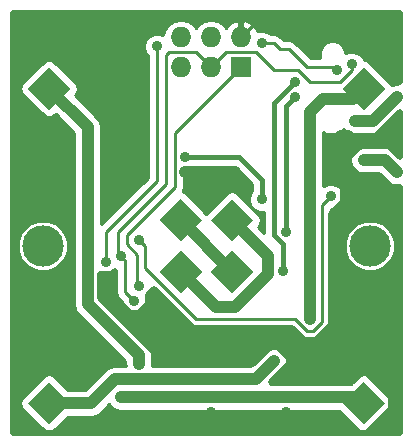
<source format=gbl>
G04 #@! TF.FileFunction,Copper,L2,Bot,Signal*
%FSLAX46Y46*%
G04 Gerber Fmt 4.6, Leading zero omitted, Abs format (unit mm)*
G04 Created by KiCad (PCBNEW (2015-03-02 BZR 5466)-product) date Fri 06 Mar 2015 00:37:45 GMT*
%MOMM*%
G01*
G04 APERTURE LIST*
%ADD10C,0.100000*%
%ADD11C,3.500000*%
%ADD12R,1.727200X1.727200*%
%ADD13O,1.727200X1.727200*%
%ADD14C,0.889000*%
%ADD15C,0.254000*%
%ADD16C,0.381000*%
%ADD17C,1.016000*%
%ADD18C,0.508000*%
G04 APERTURE END LIST*
D10*
D11*
X83566000Y-83185000D03*
X111252000Y-83185000D03*
D12*
X100330000Y-68072000D03*
D13*
X100330000Y-65532000D03*
X97790000Y-68072000D03*
X97790000Y-65532000D03*
X95250000Y-68072000D03*
X95250000Y-65532000D03*
D10*
G36*
X84094241Y-98295810D02*
X82298190Y-96499759D01*
X84094241Y-94703708D01*
X85890292Y-96499759D01*
X84094241Y-98295810D01*
X84094241Y-98295810D01*
G37*
G36*
X95229759Y-87160292D02*
X93433708Y-85364241D01*
X95229759Y-83568190D01*
X97025810Y-85364241D01*
X95229759Y-87160292D01*
X95229759Y-87160292D01*
G37*
G36*
X112519810Y-96499759D02*
X110723759Y-98295810D01*
X108927708Y-96499759D01*
X110723759Y-94703708D01*
X112519810Y-96499759D01*
X112519810Y-96499759D01*
G37*
G36*
X101384292Y-85364241D02*
X99588241Y-87160292D01*
X97792190Y-85364241D01*
X99588241Y-83568190D01*
X101384292Y-85364241D01*
X101384292Y-85364241D01*
G37*
G36*
X110723759Y-68074190D02*
X112519810Y-69870241D01*
X110723759Y-71666292D01*
X108927708Y-69870241D01*
X110723759Y-68074190D01*
X110723759Y-68074190D01*
G37*
G36*
X99588241Y-79209708D02*
X101384292Y-81005759D01*
X99588241Y-82801810D01*
X97792190Y-81005759D01*
X99588241Y-79209708D01*
X99588241Y-79209708D01*
G37*
G36*
X82298190Y-69870241D02*
X84094241Y-68074190D01*
X85890292Y-69870241D01*
X84094241Y-71666292D01*
X82298190Y-69870241D01*
X82298190Y-69870241D01*
G37*
G36*
X93433708Y-81005759D02*
X95229759Y-79209708D01*
X97025810Y-81005759D01*
X95229759Y-82801810D01*
X93433708Y-81005759D01*
X93433708Y-81005759D01*
G37*
D14*
X91694000Y-86614000D03*
X102108000Y-79248000D03*
X95631000Y-75692000D03*
X109982000Y-72644000D03*
X113538000Y-76962000D03*
X110744000Y-75946000D03*
X113538000Y-70612000D03*
X99802000Y-76962000D03*
X95631002Y-76962000D03*
X106172000Y-66548000D03*
X104140000Y-97282000D03*
X97790000Y-97282000D03*
X82804000Y-94234000D03*
X82550002Y-78232000D03*
X103886000Y-85344000D03*
X104902000Y-69342000D03*
X104140000Y-82042000D03*
X104902000Y-70612000D03*
X90170000Y-84074000D03*
X91313000Y-87884000D03*
X109728000Y-67818000D03*
X108458000Y-68326000D03*
X88900000Y-84582000D03*
X93218000Y-66294000D03*
X102108000Y-66040000D03*
X90170000Y-96012000D03*
X91694000Y-93218000D03*
X103124000Y-92964000D03*
X106172000Y-89408000D03*
X91694000Y-82677000D03*
X107950000Y-78994000D03*
D15*
X91567000Y-86487000D02*
X91694000Y-86614000D01*
X91567000Y-86487000D02*
X91694000Y-86614000D01*
X94742000Y-73660000D02*
X100330000Y-68072000D01*
X91567000Y-86487000D02*
X91567000Y-83947000D01*
X90678000Y-83058000D02*
X91567000Y-83947000D01*
X90678000Y-82296000D02*
X90678000Y-83058000D01*
X91313000Y-81661000D02*
X90678000Y-82296000D01*
X94742000Y-78232000D02*
X91313000Y-81661000D01*
X94742000Y-78232000D02*
X94742000Y-73660000D01*
D16*
X102108000Y-77597000D02*
X100203000Y-75692000D01*
X100203000Y-75692000D02*
X95631000Y-75692000D01*
X102108000Y-79248000D02*
X102108000Y-77597000D01*
D17*
X109982000Y-72644000D02*
X111506000Y-72644000D01*
X111506000Y-72644000D02*
X113538000Y-70612000D01*
X110744000Y-75946000D02*
X112522000Y-75946000D01*
X112522000Y-75946000D02*
X113538000Y-76962000D01*
D18*
X110998000Y-93980000D02*
X113030000Y-96012000D01*
X109728000Y-94742000D02*
X110490000Y-93980000D01*
X110490000Y-93980000D02*
X110998000Y-93980000D01*
X92964000Y-93218000D02*
X101346000Y-93218000D01*
X107696000Y-77724000D02*
X108458000Y-77724000D01*
X108458000Y-77724000D02*
X108966000Y-78232000D01*
X108966000Y-78232000D02*
X108966000Y-79502000D01*
X108966000Y-79502000D02*
X107950000Y-80518000D01*
X107950000Y-80518000D02*
X107950000Y-89916000D01*
X107950000Y-89916000D02*
X106680000Y-91186000D01*
X106680000Y-91186000D02*
X105664000Y-91186000D01*
X105664000Y-91186000D02*
X104648000Y-90170000D01*
X104648000Y-90170000D02*
X96266000Y-90170000D01*
X96266000Y-90170000D02*
X92964000Y-86868000D01*
X92964000Y-86868000D02*
X92456000Y-87376000D01*
X92456000Y-87376000D02*
X92456000Y-88138000D01*
X92456000Y-88138000D02*
X91694000Y-88900000D01*
X91694000Y-88900000D02*
X90932000Y-88900000D01*
X90932000Y-88900000D02*
X89662000Y-87630000D01*
X89662000Y-87630000D02*
X89662000Y-85344000D01*
X89662000Y-85344000D02*
X89408000Y-85598000D01*
X89408000Y-85598000D02*
X88392002Y-85598000D01*
X88392002Y-85598000D02*
X88392002Y-87630002D01*
X88392002Y-87630002D02*
X92964000Y-92202000D01*
X92964000Y-92202000D02*
X92964000Y-93218000D01*
X113792000Y-78232000D02*
X113030000Y-78232000D01*
X113792000Y-99060000D02*
X113792000Y-78232000D01*
X110998000Y-99060000D02*
X113792000Y-99060000D01*
X104140000Y-99060000D02*
X110998000Y-99060000D01*
X107442000Y-73914000D02*
X107442000Y-77978000D01*
X108458000Y-73914000D02*
X107442000Y-73914000D01*
X108712000Y-73660000D02*
X108458000Y-73914000D01*
X109474000Y-73660000D02*
X108712000Y-73660000D01*
X109728000Y-73914000D02*
X109474000Y-73660000D01*
X111760000Y-73914000D02*
X109728000Y-73914000D01*
X113792000Y-71882000D02*
X111760000Y-73914000D01*
X113792000Y-75692000D02*
X113792000Y-71882000D01*
X112776000Y-74676000D02*
X113792000Y-75692000D01*
X110490000Y-74676000D02*
X112776000Y-74676000D01*
X109474000Y-75692000D02*
X110490000Y-74676000D01*
X109474000Y-76454000D02*
X109474000Y-75692000D01*
X110236000Y-77216000D02*
X109474000Y-76454000D01*
X112014000Y-77216000D02*
X110236000Y-77216000D01*
X113030000Y-78232000D02*
X112014000Y-77216000D01*
X107442000Y-77978000D02*
X107696000Y-77724000D01*
X104394000Y-93218000D02*
X102870000Y-94742000D01*
X104394000Y-92710000D02*
X104394000Y-93218000D01*
X103378000Y-91694000D02*
X104394000Y-92710000D01*
X102870000Y-91694000D02*
X103378000Y-91694000D01*
X101346000Y-93218000D02*
X102870000Y-91694000D01*
X102870000Y-94742000D02*
X109728000Y-94742000D01*
X113030000Y-97028000D02*
X110998000Y-99060000D01*
X113030000Y-96012000D02*
X113030000Y-97028000D01*
D17*
X95631002Y-76962000D02*
X99802000Y-76962000D01*
D18*
X106172000Y-63500000D02*
X106172000Y-66548000D01*
X113792000Y-63500000D02*
X106172000Y-63500000D01*
X113792000Y-69342000D02*
X113792000Y-63500000D01*
X104140000Y-99060000D02*
X104140000Y-97282000D01*
X97790000Y-97282000D02*
X97790000Y-99060000D01*
X81026000Y-94234000D02*
X82804000Y-94234000D01*
X81026000Y-78232000D02*
X82550002Y-78232000D01*
X102362000Y-63500000D02*
X106172000Y-63500000D01*
X97282000Y-63500000D02*
X102362000Y-63500000D01*
X97790000Y-99060000D02*
X104140000Y-99060000D01*
X81026000Y-99060000D02*
X97790000Y-99060000D01*
X81026000Y-94234000D02*
X81026000Y-99060000D01*
X81026000Y-84582000D02*
X81026000Y-94234000D01*
X81026000Y-78232000D02*
X81026000Y-84582000D01*
X81026000Y-63500000D02*
X81026000Y-78232000D01*
X97282000Y-63500000D02*
X81026000Y-63500000D01*
D15*
X100330000Y-65532000D02*
X102362000Y-63500000D01*
D16*
X103886000Y-85344000D02*
X103886000Y-83058000D01*
X103886000Y-83058000D02*
X103124000Y-82296000D01*
X103124000Y-82296000D02*
X103124000Y-81660998D01*
X103124000Y-81660998D02*
X103124000Y-71120000D01*
X103124000Y-71120000D02*
X104902000Y-69342000D01*
X104140000Y-82042000D02*
X104140000Y-71374000D01*
X104140000Y-71374000D02*
X104902000Y-70612000D01*
D17*
X95229759Y-81005759D02*
X99588241Y-85364241D01*
X95229759Y-85364241D02*
X98257518Y-88392000D01*
X98257518Y-88392000D02*
X99822000Y-88392000D01*
X102616000Y-84033518D02*
X99588241Y-81005759D01*
X102616000Y-85598000D02*
X102616000Y-84033518D01*
X99822000Y-88392000D02*
X102616000Y-85598000D01*
D15*
X94234000Y-66802000D02*
X93980000Y-67056000D01*
X96520000Y-66802000D02*
X94234000Y-66802000D01*
X90551000Y-81407000D02*
X90170000Y-81788000D01*
X93980000Y-67056000D02*
X93980000Y-77978000D01*
X90551000Y-81407000D02*
X93980000Y-77978000D01*
X89916000Y-82042000D02*
X90170000Y-81788000D01*
X90551000Y-84455000D02*
X90551000Y-87122000D01*
X90551000Y-87122000D02*
X91313000Y-87884000D01*
X90170000Y-84074000D02*
X90551000Y-84455000D01*
X89916000Y-83820000D02*
X89916000Y-82042000D01*
X90170000Y-84074000D02*
X89916000Y-83820000D01*
X97790000Y-68072000D02*
X96520000Y-66802000D01*
X99060000Y-66802000D02*
X101600000Y-66802000D01*
X97790000Y-68072000D02*
X99060000Y-66802000D01*
X103124000Y-68326000D02*
X101600000Y-66802000D01*
X109728000Y-67818000D02*
X109728000Y-68326000D01*
X109728000Y-68326000D02*
X108712000Y-69342000D01*
X108712000Y-69342000D02*
X106172000Y-69342000D01*
X106172000Y-69342000D02*
X105156000Y-68326000D01*
X105156000Y-68326000D02*
X103124000Y-68326000D01*
X105918000Y-68072000D02*
X104394000Y-66548000D01*
X103632000Y-66548000D02*
X103124000Y-66040000D01*
X108204000Y-68072000D02*
X105918000Y-68072000D01*
X108458000Y-68326000D02*
X108204000Y-68072000D01*
X104394000Y-66548000D02*
X103632000Y-66548000D01*
X102108000Y-66040000D02*
X103124000Y-66040000D01*
X93218000Y-77724000D02*
X93218000Y-66294000D01*
X88900000Y-82042000D02*
X93218000Y-77724000D01*
X88900000Y-82042000D02*
X88900000Y-84582000D01*
D17*
X110236000Y-96012000D02*
X90170000Y-96012000D01*
X110723759Y-96499759D02*
X110236000Y-96012000D01*
X91694000Y-92456000D02*
X87376000Y-88138000D01*
X91694000Y-93218000D02*
X91694000Y-92456000D01*
X87376000Y-73152000D02*
X87376000Y-88138000D01*
X84094241Y-69870241D02*
X87376000Y-73152000D01*
X87650241Y-96499759D02*
X89662000Y-94488000D01*
X87650241Y-96499759D02*
X84094241Y-96499759D01*
X101600000Y-94488000D02*
X103124000Y-92964000D01*
X89662000Y-94488000D02*
X101600000Y-94488000D01*
X106172000Y-71882000D02*
X106172000Y-89408000D01*
X107315000Y-70739000D02*
X106172000Y-71882000D01*
X109855000Y-70739000D02*
X110723759Y-69870241D01*
X107315000Y-70739000D02*
X109855000Y-70739000D01*
D15*
X91694000Y-82677000D02*
X92202000Y-83185000D01*
X92202000Y-83185000D02*
X92202000Y-85090000D01*
X92202000Y-85090000D02*
X92456000Y-85344000D01*
X96520000Y-89408000D02*
X92456000Y-85344000D01*
X104902000Y-89408000D02*
X96520000Y-89408000D01*
X105918000Y-90424000D02*
X104902000Y-89408000D01*
X106426000Y-90424000D02*
X105918000Y-90424000D01*
X107188000Y-89662000D02*
X106426000Y-90424000D01*
X107188000Y-79756000D02*
X107188000Y-89662000D01*
X107950000Y-78994000D02*
X107188000Y-79756000D01*
G36*
X102298500Y-82099572D02*
X101752298Y-81553370D01*
X101842101Y-81463568D01*
X101980090Y-81259143D01*
X102031720Y-81009822D01*
X101983223Y-80759872D01*
X101842101Y-80547950D01*
X100046050Y-78751899D01*
X99841625Y-78613910D01*
X99592304Y-78562280D01*
X99342354Y-78610777D01*
X99130432Y-78751899D01*
X97409000Y-80473331D01*
X95687568Y-78751899D01*
X95483143Y-78613910D01*
X95397505Y-78596176D01*
X95397505Y-78596175D01*
X95445996Y-78523605D01*
X95503999Y-78232000D01*
X95504000Y-78232000D01*
X95504000Y-76771390D01*
X95844784Y-76771687D01*
X96241689Y-76607689D01*
X96332035Y-76517500D01*
X99861066Y-76517500D01*
X101282500Y-77938934D01*
X101282500Y-78546747D01*
X101193378Y-78635714D01*
X101028687Y-79032332D01*
X101028313Y-79461784D01*
X101192311Y-79858689D01*
X101495714Y-80162622D01*
X101892332Y-80327313D01*
X102298500Y-80327666D01*
X102298500Y-81660998D01*
X102298500Y-82099572D01*
X102298500Y-82099572D01*
G37*
X102298500Y-82099572D02*
X101752298Y-81553370D01*
X101842101Y-81463568D01*
X101980090Y-81259143D01*
X102031720Y-81009822D01*
X101983223Y-80759872D01*
X101842101Y-80547950D01*
X100046050Y-78751899D01*
X99841625Y-78613910D01*
X99592304Y-78562280D01*
X99342354Y-78610777D01*
X99130432Y-78751899D01*
X97409000Y-80473331D01*
X95687568Y-78751899D01*
X95483143Y-78613910D01*
X95397505Y-78596176D01*
X95397505Y-78596175D01*
X95445996Y-78523605D01*
X95503999Y-78232000D01*
X95504000Y-78232000D01*
X95504000Y-76771390D01*
X95844784Y-76771687D01*
X96241689Y-76607689D01*
X96332035Y-76517500D01*
X99861066Y-76517500D01*
X101282500Y-77938934D01*
X101282500Y-78546747D01*
X101193378Y-78635714D01*
X101028687Y-79032332D01*
X101028313Y-79461784D01*
X101192311Y-79858689D01*
X101495714Y-80162622D01*
X101892332Y-80327313D01*
X102298500Y-80327666D01*
X102298500Y-81660998D01*
X102298500Y-82099572D01*
G36*
X110457622Y-98883000D02*
X84357759Y-98883000D01*
X84552050Y-98753619D01*
X85662910Y-97642759D01*
X87650241Y-97642759D01*
X88087648Y-97555753D01*
X88458464Y-97307982D01*
X89195329Y-96571116D01*
X89361777Y-96820223D01*
X89732593Y-97067994D01*
X90170000Y-97155000D01*
X108667331Y-97155000D01*
X110265950Y-98753619D01*
X110457622Y-98883000D01*
X110457622Y-98883000D01*
G37*
X110457622Y-98883000D02*
X84357759Y-98883000D01*
X84552050Y-98753619D01*
X85662910Y-97642759D01*
X87650241Y-97642759D01*
X88087648Y-97555753D01*
X88458464Y-97307982D01*
X89195329Y-96571116D01*
X89361777Y-96820223D01*
X89732593Y-97067994D01*
X90170000Y-97155000D01*
X108667331Y-97155000D01*
X110265950Y-98753619D01*
X110457622Y-98883000D01*
G36*
X113615000Y-69484316D02*
X113538000Y-69469000D01*
X113100593Y-69556006D01*
X113081653Y-69568660D01*
X112977619Y-69412432D01*
X111181568Y-67616381D01*
X110977143Y-67478392D01*
X110734976Y-67428243D01*
X110643689Y-67207311D01*
X110340286Y-66903378D01*
X109943668Y-66738687D01*
X109514216Y-66738313D01*
X109165037Y-66882590D01*
X109165188Y-66710127D01*
X109000354Y-66311200D01*
X108695405Y-66005718D01*
X108296767Y-65840189D01*
X107865127Y-65839812D01*
X107466200Y-66004646D01*
X107160718Y-66309595D01*
X106995189Y-66708233D01*
X106994812Y-67139873D01*
X107065107Y-67310000D01*
X106233630Y-67310000D01*
X104932815Y-66009185D01*
X104685605Y-65844004D01*
X104394000Y-65786000D01*
X103947630Y-65786000D01*
X103662815Y-65501185D01*
X103415605Y-65336004D01*
X103124000Y-65278000D01*
X102872641Y-65278000D01*
X102720286Y-65125378D01*
X102323668Y-64960687D01*
X101894216Y-64960313D01*
X101725713Y-65029936D01*
X101612688Y-64757053D01*
X101218490Y-64325179D01*
X100689027Y-64077032D01*
X100457000Y-64197531D01*
X100457000Y-65405000D01*
X100477000Y-65405000D01*
X100477000Y-65659000D01*
X100457000Y-65659000D01*
X100457000Y-65679000D01*
X100203000Y-65679000D01*
X100203000Y-65659000D01*
X100183000Y-65659000D01*
X100183000Y-65405000D01*
X100203000Y-65405000D01*
X100203000Y-64197531D01*
X99970973Y-64077032D01*
X99441510Y-64325179D01*
X99059992Y-64743160D01*
X98879029Y-64472330D01*
X98392848Y-64147474D01*
X97819359Y-64033400D01*
X97760641Y-64033400D01*
X97187152Y-64147474D01*
X96700971Y-64472330D01*
X96520000Y-64743172D01*
X96339029Y-64472330D01*
X95852848Y-64147474D01*
X95279359Y-64033400D01*
X95220641Y-64033400D01*
X94647152Y-64147474D01*
X94160971Y-64472330D01*
X93836115Y-64958511D01*
X93758341Y-65349503D01*
X93433668Y-65214687D01*
X93004216Y-65214313D01*
X92607311Y-65378311D01*
X92303378Y-65681714D01*
X92138687Y-66078332D01*
X92138313Y-66507784D01*
X92302311Y-66904689D01*
X92456000Y-67058646D01*
X92456000Y-77408370D01*
X88519000Y-81345370D01*
X88519000Y-73152000D01*
X88431994Y-72714593D01*
X88184223Y-72343777D01*
X86258298Y-70417852D01*
X86348101Y-70328050D01*
X86486090Y-70123625D01*
X86537720Y-69874304D01*
X86489223Y-69624354D01*
X86348101Y-69412432D01*
X84552050Y-67616381D01*
X84347625Y-67478392D01*
X84098304Y-67426762D01*
X83848354Y-67475259D01*
X83636432Y-67616381D01*
X81840381Y-69412432D01*
X81702392Y-69616857D01*
X81650762Y-69866178D01*
X81699259Y-70116128D01*
X81840381Y-70328050D01*
X83636432Y-72124101D01*
X83840857Y-72262090D01*
X84090178Y-72313720D01*
X84340128Y-72265223D01*
X84552050Y-72124101D01*
X84641852Y-72034298D01*
X86233000Y-73625446D01*
X86233000Y-88138000D01*
X86320006Y-88575407D01*
X86567777Y-88946223D01*
X90551000Y-92929446D01*
X90551000Y-93218000D01*
X90576261Y-93345000D01*
X89662000Y-93345000D01*
X89224593Y-93432006D01*
X88853777Y-93679777D01*
X87176795Y-95356759D01*
X85701370Y-95356759D01*
X85701370Y-82762185D01*
X85377020Y-81977200D01*
X84776959Y-81376091D01*
X83992541Y-81050372D01*
X83143185Y-81049630D01*
X82358200Y-81373980D01*
X81757091Y-81974041D01*
X81431372Y-82758459D01*
X81430630Y-83607815D01*
X81754980Y-84392800D01*
X82355041Y-84993909D01*
X83139459Y-85319628D01*
X83988815Y-85320370D01*
X84773800Y-84996020D01*
X85374909Y-84395959D01*
X85700628Y-83611541D01*
X85701370Y-82762185D01*
X85701370Y-95356759D01*
X85662910Y-95356759D01*
X84552050Y-94245899D01*
X84347625Y-94107910D01*
X84098304Y-94056280D01*
X83848354Y-94104777D01*
X83636432Y-94245899D01*
X81840381Y-96041950D01*
X81702392Y-96246375D01*
X81650762Y-96495696D01*
X81699259Y-96745646D01*
X81840381Y-96957568D01*
X83636432Y-98753619D01*
X83828104Y-98883000D01*
X81203000Y-98883000D01*
X81203000Y-63677000D01*
X113615000Y-63677000D01*
X113615000Y-69484316D01*
X113615000Y-69484316D01*
G37*
X113615000Y-69484316D02*
X113538000Y-69469000D01*
X113100593Y-69556006D01*
X113081653Y-69568660D01*
X112977619Y-69412432D01*
X111181568Y-67616381D01*
X110977143Y-67478392D01*
X110734976Y-67428243D01*
X110643689Y-67207311D01*
X110340286Y-66903378D01*
X109943668Y-66738687D01*
X109514216Y-66738313D01*
X109165037Y-66882590D01*
X109165188Y-66710127D01*
X109000354Y-66311200D01*
X108695405Y-66005718D01*
X108296767Y-65840189D01*
X107865127Y-65839812D01*
X107466200Y-66004646D01*
X107160718Y-66309595D01*
X106995189Y-66708233D01*
X106994812Y-67139873D01*
X107065107Y-67310000D01*
X106233630Y-67310000D01*
X104932815Y-66009185D01*
X104685605Y-65844004D01*
X104394000Y-65786000D01*
X103947630Y-65786000D01*
X103662815Y-65501185D01*
X103415605Y-65336004D01*
X103124000Y-65278000D01*
X102872641Y-65278000D01*
X102720286Y-65125378D01*
X102323668Y-64960687D01*
X101894216Y-64960313D01*
X101725713Y-65029936D01*
X101612688Y-64757053D01*
X101218490Y-64325179D01*
X100689027Y-64077032D01*
X100457000Y-64197531D01*
X100457000Y-65405000D01*
X100477000Y-65405000D01*
X100477000Y-65659000D01*
X100457000Y-65659000D01*
X100457000Y-65679000D01*
X100203000Y-65679000D01*
X100203000Y-65659000D01*
X100183000Y-65659000D01*
X100183000Y-65405000D01*
X100203000Y-65405000D01*
X100203000Y-64197531D01*
X99970973Y-64077032D01*
X99441510Y-64325179D01*
X99059992Y-64743160D01*
X98879029Y-64472330D01*
X98392848Y-64147474D01*
X97819359Y-64033400D01*
X97760641Y-64033400D01*
X97187152Y-64147474D01*
X96700971Y-64472330D01*
X96520000Y-64743172D01*
X96339029Y-64472330D01*
X95852848Y-64147474D01*
X95279359Y-64033400D01*
X95220641Y-64033400D01*
X94647152Y-64147474D01*
X94160971Y-64472330D01*
X93836115Y-64958511D01*
X93758341Y-65349503D01*
X93433668Y-65214687D01*
X93004216Y-65214313D01*
X92607311Y-65378311D01*
X92303378Y-65681714D01*
X92138687Y-66078332D01*
X92138313Y-66507784D01*
X92302311Y-66904689D01*
X92456000Y-67058646D01*
X92456000Y-77408370D01*
X88519000Y-81345370D01*
X88519000Y-73152000D01*
X88431994Y-72714593D01*
X88184223Y-72343777D01*
X86258298Y-70417852D01*
X86348101Y-70328050D01*
X86486090Y-70123625D01*
X86537720Y-69874304D01*
X86489223Y-69624354D01*
X86348101Y-69412432D01*
X84552050Y-67616381D01*
X84347625Y-67478392D01*
X84098304Y-67426762D01*
X83848354Y-67475259D01*
X83636432Y-67616381D01*
X81840381Y-69412432D01*
X81702392Y-69616857D01*
X81650762Y-69866178D01*
X81699259Y-70116128D01*
X81840381Y-70328050D01*
X83636432Y-72124101D01*
X83840857Y-72262090D01*
X84090178Y-72313720D01*
X84340128Y-72265223D01*
X84552050Y-72124101D01*
X84641852Y-72034298D01*
X86233000Y-73625446D01*
X86233000Y-88138000D01*
X86320006Y-88575407D01*
X86567777Y-88946223D01*
X90551000Y-92929446D01*
X90551000Y-93218000D01*
X90576261Y-93345000D01*
X89662000Y-93345000D01*
X89224593Y-93432006D01*
X88853777Y-93679777D01*
X87176795Y-95356759D01*
X85701370Y-95356759D01*
X85701370Y-82762185D01*
X85377020Y-81977200D01*
X84776959Y-81376091D01*
X83992541Y-81050372D01*
X83143185Y-81049630D01*
X82358200Y-81373980D01*
X81757091Y-81974041D01*
X81431372Y-82758459D01*
X81430630Y-83607815D01*
X81754980Y-84392800D01*
X82355041Y-84993909D01*
X83139459Y-85319628D01*
X83988815Y-85320370D01*
X84773800Y-84996020D01*
X85374909Y-84395959D01*
X85700628Y-83611541D01*
X85701370Y-82762185D01*
X85701370Y-95356759D01*
X85662910Y-95356759D01*
X84552050Y-94245899D01*
X84347625Y-94107910D01*
X84098304Y-94056280D01*
X83848354Y-94104777D01*
X83636432Y-94245899D01*
X81840381Y-96041950D01*
X81702392Y-96246375D01*
X81650762Y-96495696D01*
X81699259Y-96745646D01*
X81840381Y-96957568D01*
X83636432Y-98753619D01*
X83828104Y-98883000D01*
X81203000Y-98883000D01*
X81203000Y-63677000D01*
X113615000Y-63677000D01*
X113615000Y-69484316D01*
G36*
X113615000Y-98883000D02*
X113387370Y-98883000D01*
X113387370Y-82762185D01*
X113063020Y-81977200D01*
X112462959Y-81376091D01*
X111678541Y-81050372D01*
X110829185Y-81049630D01*
X110044200Y-81373980D01*
X109443091Y-81974041D01*
X109117372Y-82758459D01*
X109116630Y-83607815D01*
X109440980Y-84392800D01*
X110041041Y-84993909D01*
X110825459Y-85319628D01*
X111674815Y-85320370D01*
X112459800Y-84996020D01*
X113060909Y-84395959D01*
X113386628Y-83611541D01*
X113387370Y-82762185D01*
X113387370Y-98883000D01*
X110987277Y-98883000D01*
X111181568Y-98753619D01*
X112977619Y-96957568D01*
X113115608Y-96753143D01*
X113167238Y-96503822D01*
X113118741Y-96253872D01*
X112977619Y-96041950D01*
X111181568Y-94245899D01*
X110977143Y-94107910D01*
X110727822Y-94056280D01*
X110477872Y-94104777D01*
X110265950Y-94245899D01*
X109642849Y-94869000D01*
X102835446Y-94869000D01*
X103932223Y-93772223D01*
X104179994Y-93401407D01*
X104267000Y-92964000D01*
X104179994Y-92526593D01*
X103932223Y-92155777D01*
X103561407Y-91908006D01*
X103124000Y-91821000D01*
X102686593Y-91908006D01*
X102315777Y-92155777D01*
X101126554Y-93345000D01*
X92811738Y-93345000D01*
X92837000Y-93218000D01*
X92837000Y-92456000D01*
X92749994Y-92018593D01*
X92502223Y-91647777D01*
X88519000Y-87664554D01*
X88519000Y-85592660D01*
X88684332Y-85661313D01*
X89113784Y-85661687D01*
X89510689Y-85497689D01*
X89789000Y-85219863D01*
X89789000Y-87122000D01*
X89847004Y-87413605D01*
X90012185Y-87660815D01*
X90233500Y-87882131D01*
X90233313Y-88097784D01*
X90397311Y-88494689D01*
X90700714Y-88798622D01*
X91097332Y-88963313D01*
X91526784Y-88963687D01*
X91923689Y-88799689D01*
X92227622Y-88496286D01*
X92392313Y-88099668D01*
X92392687Y-87670216D01*
X92325881Y-87508533D01*
X92608622Y-87226286D01*
X92773313Y-86829668D01*
X92773391Y-86739021D01*
X95981185Y-89946815D01*
X96228395Y-90111996D01*
X96228396Y-90111996D01*
X96520000Y-90170000D01*
X104586370Y-90170000D01*
X105379185Y-90962815D01*
X105626395Y-91127996D01*
X105626396Y-91127996D01*
X105918000Y-91186000D01*
X106426000Y-91186000D01*
X106426000Y-91185999D01*
X106717604Y-91127996D01*
X106717605Y-91127996D01*
X106964815Y-90962815D01*
X107726815Y-90200815D01*
X107726816Y-90200815D01*
X107825834Y-90052623D01*
X107891996Y-89953605D01*
X107891996Y-89953604D01*
X107950000Y-89662000D01*
X107950000Y-80073500D01*
X108163784Y-80073687D01*
X108560689Y-79909689D01*
X108864622Y-79606286D01*
X109029313Y-79209668D01*
X109029687Y-78780216D01*
X108865689Y-78383311D01*
X108562286Y-78079378D01*
X108165668Y-77914687D01*
X107736216Y-77914313D01*
X107339311Y-78078311D01*
X107315000Y-78102579D01*
X107315000Y-73544425D01*
X107464595Y-73694282D01*
X107863233Y-73859811D01*
X108294873Y-73860188D01*
X108693800Y-73695354D01*
X108999282Y-73390405D01*
X109050329Y-73267469D01*
X109173777Y-73452223D01*
X109544593Y-73699994D01*
X109982000Y-73787000D01*
X111506000Y-73787000D01*
X111943407Y-73699994D01*
X112314223Y-73452223D01*
X113615000Y-72151446D01*
X113615000Y-75422554D01*
X113330223Y-75137777D01*
X112959407Y-74890006D01*
X112522000Y-74803000D01*
X110744000Y-74803000D01*
X110306593Y-74890006D01*
X109935777Y-75137777D01*
X109688006Y-75508593D01*
X109601000Y-75946000D01*
X109688006Y-76383407D01*
X109935777Y-76754223D01*
X110306593Y-77001994D01*
X110744000Y-77089000D01*
X112048554Y-77089000D01*
X112729777Y-77770223D01*
X113100593Y-78017994D01*
X113538000Y-78105000D01*
X113615000Y-78089683D01*
X113615000Y-98883000D01*
X113615000Y-98883000D01*
G37*
X113615000Y-98883000D02*
X113387370Y-98883000D01*
X113387370Y-82762185D01*
X113063020Y-81977200D01*
X112462959Y-81376091D01*
X111678541Y-81050372D01*
X110829185Y-81049630D01*
X110044200Y-81373980D01*
X109443091Y-81974041D01*
X109117372Y-82758459D01*
X109116630Y-83607815D01*
X109440980Y-84392800D01*
X110041041Y-84993909D01*
X110825459Y-85319628D01*
X111674815Y-85320370D01*
X112459800Y-84996020D01*
X113060909Y-84395959D01*
X113386628Y-83611541D01*
X113387370Y-82762185D01*
X113387370Y-98883000D01*
X110987277Y-98883000D01*
X111181568Y-98753619D01*
X112977619Y-96957568D01*
X113115608Y-96753143D01*
X113167238Y-96503822D01*
X113118741Y-96253872D01*
X112977619Y-96041950D01*
X111181568Y-94245899D01*
X110977143Y-94107910D01*
X110727822Y-94056280D01*
X110477872Y-94104777D01*
X110265950Y-94245899D01*
X109642849Y-94869000D01*
X102835446Y-94869000D01*
X103932223Y-93772223D01*
X104179994Y-93401407D01*
X104267000Y-92964000D01*
X104179994Y-92526593D01*
X103932223Y-92155777D01*
X103561407Y-91908006D01*
X103124000Y-91821000D01*
X102686593Y-91908006D01*
X102315777Y-92155777D01*
X101126554Y-93345000D01*
X92811738Y-93345000D01*
X92837000Y-93218000D01*
X92837000Y-92456000D01*
X92749994Y-92018593D01*
X92502223Y-91647777D01*
X88519000Y-87664554D01*
X88519000Y-85592660D01*
X88684332Y-85661313D01*
X89113784Y-85661687D01*
X89510689Y-85497689D01*
X89789000Y-85219863D01*
X89789000Y-87122000D01*
X89847004Y-87413605D01*
X90012185Y-87660815D01*
X90233500Y-87882131D01*
X90233313Y-88097784D01*
X90397311Y-88494689D01*
X90700714Y-88798622D01*
X91097332Y-88963313D01*
X91526784Y-88963687D01*
X91923689Y-88799689D01*
X92227622Y-88496286D01*
X92392313Y-88099668D01*
X92392687Y-87670216D01*
X92325881Y-87508533D01*
X92608622Y-87226286D01*
X92773313Y-86829668D01*
X92773391Y-86739021D01*
X95981185Y-89946815D01*
X96228395Y-90111996D01*
X96228396Y-90111996D01*
X96520000Y-90170000D01*
X104586370Y-90170000D01*
X105379185Y-90962815D01*
X105626395Y-91127996D01*
X105626396Y-91127996D01*
X105918000Y-91186000D01*
X106426000Y-91186000D01*
X106426000Y-91185999D01*
X106717604Y-91127996D01*
X106717605Y-91127996D01*
X106964815Y-90962815D01*
X107726815Y-90200815D01*
X107726816Y-90200815D01*
X107825834Y-90052623D01*
X107891996Y-89953605D01*
X107891996Y-89953604D01*
X107950000Y-89662000D01*
X107950000Y-80073500D01*
X108163784Y-80073687D01*
X108560689Y-79909689D01*
X108864622Y-79606286D01*
X109029313Y-79209668D01*
X109029687Y-78780216D01*
X108865689Y-78383311D01*
X108562286Y-78079378D01*
X108165668Y-77914687D01*
X107736216Y-77914313D01*
X107339311Y-78078311D01*
X107315000Y-78102579D01*
X107315000Y-73544425D01*
X107464595Y-73694282D01*
X107863233Y-73859811D01*
X108294873Y-73860188D01*
X108693800Y-73695354D01*
X108999282Y-73390405D01*
X109050329Y-73267469D01*
X109173777Y-73452223D01*
X109544593Y-73699994D01*
X109982000Y-73787000D01*
X111506000Y-73787000D01*
X111943407Y-73699994D01*
X112314223Y-73452223D01*
X113615000Y-72151446D01*
X113615000Y-75422554D01*
X113330223Y-75137777D01*
X112959407Y-74890006D01*
X112522000Y-74803000D01*
X110744000Y-74803000D01*
X110306593Y-74890006D01*
X109935777Y-75137777D01*
X109688006Y-75508593D01*
X109601000Y-75946000D01*
X109688006Y-76383407D01*
X109935777Y-76754223D01*
X110306593Y-77001994D01*
X110744000Y-77089000D01*
X112048554Y-77089000D01*
X112729777Y-77770223D01*
X113100593Y-78017994D01*
X113538000Y-78105000D01*
X113615000Y-78089683D01*
X113615000Y-98883000D01*
M02*

</source>
